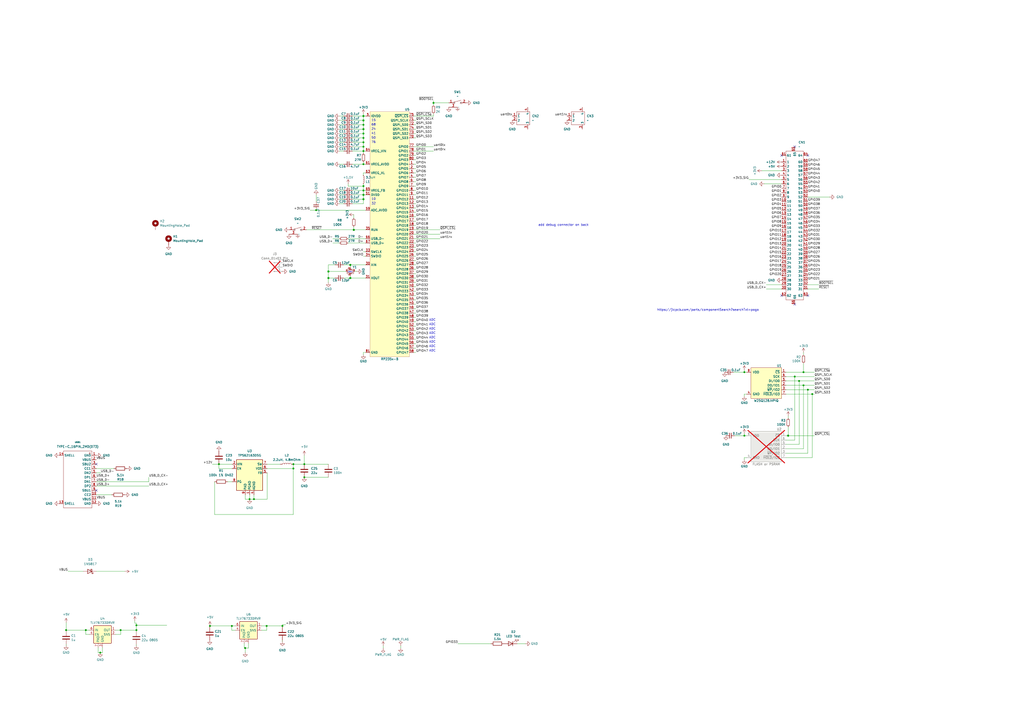
<source format=kicad_sch>
(kicad_sch (version 20250114) (generator "eeschema") (generator_version "9.0")
  (paper "A2")
  (title_block (title "MEML System Board") (rev "0.1"))
  (text "ADC" (at 248.92 196.596 0) (effects (font (size 1.27 1.27)) (justify left bottom)))
  (text "https://jlcpcb.com/parts/componentSearch?searchTxt=pogo\n" (at 410.718 179.832 0) (effects (font (size 1.27 1.27))))
  (text "76\n" (at 215.392 82.55 0) (effects (font (size 1.27 1.27)) (justify left)))
  (text "add debug connector on back\n" (at 326.898 130.556 0) (effects (font (size 1.27 1.27))))
  (text "12MHz" (at 204.47 158.115 0) (effects (font (size 0.508 0.508)) (justify right bottom)))
  (text "ADC" (at 248.92 199.136 0) (effects (font (size 1.27 1.27)) (justify left bottom)))
  (text "ADC" (at 248.92 204.216 0) (effects (font (size 1.27 1.27)) (justify left bottom)))
  (text "ADC" (at 248.92 188.976 0) (effects (font (size 1.27 1.27)) (justify left bottom)))
  (text "ADC" (at 248.92 201.676 0) (effects (font (size 1.27 1.27)) (justify left bottom)))
  (text "41" (at 215.392 77.47 0) (effects (font (size 1.27 1.27)) (justify left)))
  (text "ADC" (at 248.92 194.056 0) (effects (font (size 1.27 1.27)) (justify left bottom)))
  (text "50" (at 215.392 80.01 0) (effects (font (size 1.27 1.27)) (justify left)))
  (text "24" (at 215.392 74.93 0) (effects (font (size 1.27 1.27)) (justify left)))
  (text "ADC" (at 248.92 186.436 0) (effects (font (size 1.27 1.27)) (justify left bottom)))
  (text "32" (at 215.392 118.11 0) (effects (font (size 1.27 1.27)) (justify left)))
  (text "68" (at 215.392 72.39 0) (effects (font (size 1.27 1.27)) (justify left)))
  (text "10\n" (at 215.392 115.57 0) (effects (font (size 1.27 1.27)) (justify left)))
  (text "15" (at 215.392 69.85 0) (effects (font (size 1.27 1.27)) (justify left)))
  (text "ADC" (at 248.92 191.516 0) (effects (font (size 1.27 1.27)) (justify left bottom)))
  (junction (at 210.82 69.85) (diameter 1.016))
  (junction (at 471.17 228.6))
  (junction (at 210.82 85.09))
  (junction (at 210.82 115.57) (diameter 1.016))
  (junction (at 463.55 220.98))
  (junction (at 210.82 82.55))
  (junction (at 203.2 161.29) (diameter 1.016))
  (junction (at 210.82 67.31) (diameter 1.016))
  (junction (at 210.82 74.93) (diameter 1.016))
  (junction (at 147.32 289.56))
  (junction (at 190.5 157.48) (diameter 1.016))
  (junction (at 142.24 375.92))
  (junction (at 210.82 72.39))
  (junction (at 170.18 269.24))
  (junction (at 468.63 226.06))
  (junction (at 183.388 121.92))
  (junction (at 210.82 113.03) (diameter 1.016))
  (junction (at 461.01 218.44))
  (junction (at 457.2 252.73) (diameter 1.016))
  (junction (at 210.82 80.01))
  (junction (at 466.09 215.9))
  (junction (at 210.82 110.49))
  (junction (at 210.82 107.95))
  (junction (at 203.2 153.67) (diameter 1.016))
  (junction (at 210.82 95.25))
  (junction (at 190.5 161.29) (diameter 1.016))
  (junction (at 163.83 363.093))
  (junction (at 79.121 365.506))
  (junction (at 127 269.24))
  (junction (at 205.232 133.35) (diameter 1.016))
  (junction (at 121.793 363.093))
  (junction (at 210.82 87.63))
  (junction (at 69.977 365.506))
  (junction (at 176.53 276.86))
  (junction (at 251.46 59.69))
  (junction (at 431.8 215.9))
  (junction (at 144.78 289.56))
  (junction (at 134.493 363.093))
  (junction (at 49.784 365.506))
  (junction (at 431.8 252.73))
  (junction (at 79.121 362.712))
  (junction (at 58.166 378.587))
  (junction (at 154.686 363.093))
  (junction (at 210.82 77.47))
  (junction (at 466.09 223.52))
  (junction (at 176.53 269.24))
  (junction (at 170.18 271.78))
  (junction (at 38.354 365.506))
  (no_connect (at 453.39 90.17))
  (no_connect (at 453.39 171.45))
  (no_connect (at 468.63 171.45))
  (no_connect (at 461.01 176.53))
  (no_connect (at 468.63 90.17))
  (no_connect (at 55.88 284.48))
  (no_connect (at 55.88 269.24))
  (no_connect (at 461.01 85.09))
  (wire (pts (xy 240.03 118.11) (xy 241.3 118.11)))
  (wire (pts (xy 455.93 260.35) (xy 466.09 260.35)))
  (wire (pts (xy 240.03 100.33) (xy 241.3 100.33)))
  (wire (pts (xy 444.5 165.1) (xy 453.39 165.1)))
  (wire (pts (xy 441.96 99.06) (xy 453.39 99.06)))
  (wire (pts (xy 426.212 252.73) (xy 431.8 252.73)))
  (wire (pts (xy 240.03 115.57) (xy 241.3 115.57)))
  (wire (pts (xy 466.09 204.47) (xy 466.09 205.74)))
  (wire (pts (xy 461.01 218.44) (xy 461.01 255.27)))
  (wire (pts (xy 196.85 118.11) (xy 199.39 118.11)))
  (wire (pts (xy 210.82 148.59) (xy 212.09 148.59)))
  (wire (pts (xy 121.793 363.474) (xy 121.793 363.093)))
  (wire (pts (xy 431.8 252.73) (xy 431.8 251.46)))
  (wire (pts (xy 455.93 220.98) (xy 463.55 220.98)))
  (wire (pts (xy 127 271.78) (xy 127 269.24)))
  (wire (pts (xy 210.82 67.31) (xy 212.09 67.31)))
  (wire (pts (xy 240.03 123.19) (xy 241.3 123.19)))
  (wire (pts (xy 210.82 72.39) (xy 210.82 74.93)))
  (wire (pts (xy 190.5 161.29) (xy 190.5 163.83)))
  (wire (pts (xy 134.62 271.78) (xy 127 271.78)))
  (wire (pts (xy 196.85 74.93) (xy 199.39 74.93)))
  (wire (pts (xy 154.686 365.633) (xy 154.686 363.093)))
  (wire (pts (xy 240.03 143.51) (xy 241.3 143.51)))
  (wire (pts (xy 204.47 77.47) (xy 210.82 77.47)))
  (wire (pts (xy 466.09 215.9) (xy 466.09 210.82)))
  (wire (pts (xy 240.03 67.31) (xy 251.46 67.31)))
  (wire (pts (xy 210.82 106.68) (xy 210.82 107.95)))
  (wire (pts (xy 210.82 87.63) (xy 210.82 88.9)))
  (wire (pts (xy 455.93 218.44) (xy 461.01 218.44)))
  (wire (pts (xy 196.85 113.03) (xy 199.39 113.03)))
  (wire (pts (xy 431.8 265.43) (xy 431.8 266.7)))
  (wire (pts (xy 265.557 373.38) (xy 284.734 373.38)))
  (wire (pts (xy 240.03 133.35) (xy 255.27 133.35)))
  (wire (pts (xy 240.03 140.97) (xy 241.3 140.97)))
  (wire (pts (xy 210.82 204.47) (xy 210.82 205.74)))
  (wire (pts (xy 79.121 365.506) (xy 79.121 366.268)))
  (wire (pts (xy 176.53 264.16) (xy 176.53 269.24)))
  (wire (pts (xy 455.93 252.73) (xy 457.2 252.73)))
  (wire (pts (xy 240.03 196.85) (xy 241.3 196.85)))
  (wire (pts (xy 190.5 157.48) (xy 190.5 161.29)))
  (wire (pts (xy 170.18 269.24) (xy 176.53 269.24)))
  (wire (pts (xy 196.85 82.55) (xy 199.39 82.55)))
  (wire (pts (xy 86.36 276.86) (xy 86.36 279.4)))
  (wire (pts (xy 210.82 69.85) (xy 210.82 72.39)))
  (wire (pts (xy 472.44 252.73) (xy 457.2 252.73)))
  (wire (pts (xy 240.03 201.93) (xy 241.3 201.93)))
  (wire (pts (xy 210.82 100.33) (xy 210.82 101.6)))
  (wire (pts (xy 240.03 87.63) (xy 251.46 87.63)))
  (wire (pts (xy 127 269.24) (xy 134.62 269.24)))
  (wire (pts (xy 240.03 189.23) (xy 241.3 189.23)))
  (wire (pts (xy 204.47 67.31) (xy 210.82 67.31)))
  (wire (pts (xy 240.03 92.71) (xy 241.3 92.71)))
  (wire (pts (xy 431.8 252.73) (xy 433.07 252.73)))
  (wire (pts (xy 205.232 124.46) (xy 205.232 126.492)))
  (wire (pts (xy 193.04 138.43) (xy 196.85 138.43)))
  (wire (pts (xy 204.47 118.11) (xy 210.82 118.11)))
  (wire (pts (xy 183.388 121.92) (xy 212.09 121.92)))
  (wire (pts (xy 212.09 204.47) (xy 210.82 204.47)))
  (wire (pts (xy 433.07 215.9) (xy 431.8 215.9)))
  (wire (pts (xy 49.784 368.046) (xy 49.784 365.506)))
  (wire (pts (xy 196.85 77.47) (xy 199.39 77.47)))
  (wire (pts (xy 468.63 226.06) (xy 468.63 262.89)))
  (wire (pts (xy 205.232 133.35) (xy 205.232 131.572)))
  (wire (pts (xy 69.977 368.046) (xy 69.977 365.506)))
  (wire (pts (xy 56.896 375.666) (xy 56.896 378.587)))
  (wire (pts (xy 210.82 77.47) (xy 210.82 80.01)))
  (wire (pts (xy 78.232 360.172) (xy 78.232 361.442)))
  (wire (pts (xy 222.25 374.65) (xy 222.25 375.92)))
  (wire (pts (xy 86.36 281.94) (xy 55.88 281.94)))
  (wire (pts (xy 204.47 74.93) (xy 210.82 74.93)))
  (wire (pts (xy 425.45 215.9) (xy 431.8 215.9)))
  (wire (pts (xy 176.53 276.86) (xy 190.5 276.86)))
  (wire (pts (xy 64.77 287.02) (xy 55.88 287.02)))
  (wire (pts (xy 240.03 128.27) (xy 241.3 128.27)))
  (wire (pts (xy 163.83 362.458) (xy 163.83 363.093)))
  (wire (pts (xy 200.66 157.48) (xy 190.5 157.48)))
  (wire (pts (xy 240.03 179.07) (xy 241.3 179.07)))
  (wire (pts (xy 210.82 67.31) (xy 210.82 69.85)))
  (wire (pts (xy 299.974 373.38) (xy 304.8 373.38)))
  (wire (pts (xy 190.5 153.67) (xy 190.5 157.48)))
  (wire (pts (xy 240.03 153.67) (xy 241.3 153.67)))
  (wire (pts (xy 147.32 289.56) (xy 144.78 289.56)))
  (wire (pts (xy 240.03 163.83) (xy 241.3 163.83)))
  (wire (pts (xy 201.93 140.97) (xy 212.09 140.97)))
  (wire (pts (xy 481.33 114.3) (xy 468.63 114.3)))
  (wire (pts (xy 455.93 228.6) (xy 471.17 228.6)))
  (wire (pts (xy 38.354 365.506) (xy 38.354 366.141)))
  (wire (pts (xy 144.78 289.56) (xy 144.78 287.02)))
  (wire (pts (xy 240.03 138.43) (xy 255.27 138.43)))
  (wire (pts (xy 79.121 373.888) (xy 79.121 374.523)))
  (wire (pts (xy 67.056 368.046) (xy 69.977 368.046)))
  (wire (pts (xy 251.46 59.69) (xy 251.46 60.96)))
  (wire (pts (xy 203.2 160.02) (xy 203.2 161.29)))
  (wire (pts (xy 431.8 215.9) (xy 431.8 214.63)))
  (wire (pts (xy 121.666 363.474) (xy 121.666 363.728)))
  (wire (pts (xy 463.55 220.98) (xy 463.55 257.81)))
  (wire (pts (xy 240.03 95.25) (xy 241.3 95.25)))
  (wire (pts (xy 199.39 161.29) (xy 203.2 161.29)))
  (wire (pts (xy 240.03 194.31) (xy 241.3 194.31)))
  (wire (pts (xy 204.47 113.03) (xy 210.82 113.03)))
  (wire (pts (xy 210.82 110.49) (xy 210.82 113.03)))
  (wire (pts (xy 240.03 90.17) (xy 241.3 90.17)))
  (wire (pts (xy 240.03 146.05) (xy 241.3 146.05)))
  (wire (pts (xy 142.24 287.02) (xy 142.24 289.56)))
  (wire (pts (xy 203.2 153.67) (xy 212.09 153.67)))
  (wire (pts (xy 241.3 105.41) (xy 240.03 105.41)))
  (wire (pts (xy 196.85 72.39) (xy 199.39 72.39)))
  (wire (pts (xy 193.04 140.97) (xy 196.85 140.97)))
  (wire (pts (xy 240.03 158.75) (xy 241.3 158.75)))
  (wire (pts (xy 142.24 378.46) (xy 142.24 375.92)))
  (wire (pts (xy 433.07 228.6) (xy 431.8 228.6)))
  (wire (pts (xy 170.18 298.45) (xy 170.18 271.78)))
  (wire (pts (xy 240.03 161.29) (xy 241.3 161.29)))
  (wire (pts (xy 210.82 146.05) (xy 212.09 146.05)))
  (wire (pts (xy 443.23 106.68) (xy 453.39 106.68)))
  (wire (pts (xy 240.03 186.69) (xy 241.3 186.69)))
  (wire (pts (xy 240.03 110.49) (xy 241.3 110.49)))
  (wire (pts (xy 433.07 265.43) (xy 431.8 265.43)))
  (wire (pts (xy 444.5 167.64) (xy 453.39 167.64)))
  (wire (pts (xy 183.388 113.03) (xy 183.388 116.84)))
  (wire (pts (xy 240.03 156.21) (xy 241.3 156.21)))
  (wire (pts (xy 190.5 161.29) (xy 194.31 161.29)))
  (wire (pts (xy 232.41 374.65) (xy 232.41 375.92)))
  (wire (pts (xy 179.832 121.92) (xy 183.388 121.92)))
  (wire (pts (xy 455.93 265.43) (xy 471.17 265.43)))
  (wire (pts (xy 204.47 95.25) (xy 210.82 95.25)))
  (wire (pts (xy 124.46 279.4) (xy 124.46 298.45)))
  (wire (pts (xy 136.525 365.633) (xy 134.493 365.633)))
  (wire (pts (xy 170.18 271.78) (xy 170.18 269.24)))
  (wire (pts (xy 154.686 363.093) (xy 163.83 363.093)))
  (wire (pts (xy 142.24 375.92) (xy 144.145 375.92)))
  (wire (pts (xy 251.46 67.31) (xy 251.46 66.04)))
  (wire (pts (xy 134.493 365.633) (xy 134.493 363.093)))
  (wire (pts (xy 240.03 113.03) (xy 241.3 113.03)))
  (wire (pts (xy 240.03 181.61) (xy 241.3 181.61)))
  (wire (pts (xy 251.46 58.42) (xy 251.46 59.69)))
  (wire (pts (xy 66.04 271.78) (xy 55.88 271.78)))
  (wire (pts (xy 240.03 107.95) (xy 241.3 107.95)))
  (wire (pts (xy 210.82 66.04) (xy 210.82 67.31)))
  (wire (pts (xy 210.82 110.49) (xy 212.09 110.49)))
  (wire (pts (xy 251.46 59.69) (xy 260.35 59.69)))
  (wire (pts (xy 196.85 69.85) (xy 199.39 69.85)))
  (wire (pts (xy 240.03 204.47) (xy 241.3 204.47)))
  (wire (pts (xy 455.93 215.9) (xy 466.09 215.9)))
  (wire (pts (xy 204.47 85.09) (xy 210.82 85.09)))
  (wire (pts (xy 240.03 199.39) (xy 241.3 199.39)))
  (wire (pts (xy 240.03 176.53) (xy 241.3 176.53)))
  (wire (pts (xy 79.121 362.712) (xy 79.121 365.506)))
  (wire (pts (xy 240.03 77.47) (xy 241.3 77.47)))
  (wire (pts (xy 79.121 361.442) (xy 79.121 362.712)))
  (wire (pts (xy 203.2 153.67) (xy 203.2 154.94)))
  (wire (pts (xy 38.354 361.188) (xy 38.354 365.506)))
  (wire (pts (xy 210.82 113.03) (xy 212.09 113.03)))
  (wire (pts (xy 177.8 133.35) (xy 205.232 133.35)))
  (wire (pts (xy 59.436 378.587) (xy 59.436 375.666)))
  (wire (pts (xy 434.34 104.14) (xy 453.39 104.14)))
  (wire (pts (xy 204.47 80.01) (xy 210.82 80.01)))
  (wire (pts (xy 240.03 125.73) (xy 241.3 125.73)))
  (wire (pts (xy 204.47 72.39) (xy 210.82 72.39)))
  (wire (pts (xy 240.03 72.39) (xy 241.3 72.39)))
  (wire (pts (xy 210.82 74.93) (xy 210.82 77.47)))
  (wire (pts (xy 123.19 269.24) (xy 127 269.24)))
  (wire (pts (xy 455.93 262.89) (xy 468.63 262.89)))
  (wire (pts (xy 151.765 363.093) (xy 154.686 363.093)))
  (wire (pts (xy 196.85 67.31) (xy 199.39 67.31)))
  (wire (pts (xy 240.03 135.89) (xy 255.27 135.89)))
  (wire (pts (xy 163.83 363.093) (xy 163.83 363.855)))
  (wire (pts (xy 151.765 365.633) (xy 154.686 365.633)))
  (wire (pts (xy 210.82 118.11) (xy 210.82 115.57)))
  (wire (pts (xy 463.55 220.98) (xy 472.44 220.98)))
  (wire (pts (xy 204.47 82.55) (xy 210.82 82.55)))
  (wire (pts (xy 474.98 167.64) (xy 468.63 167.64)))
  (wire (pts (xy 240.03 120.65) (xy 241.3 120.65)))
  (wire (pts (xy 455.93 226.06) (xy 468.63 226.06)))
  (wire (pts (xy 203.2 161.29) (xy 212.09 161.29)))
  (wire (pts (xy 196.85 80.01) (xy 199.39 80.01)))
  (wire (pts (xy 176.53 269.24) (xy 190.5 269.24)))
  (wire (pts (xy 56.896 378.587) (xy 58.166 378.587)))
  (wire (pts (xy 240.03 97.79) (xy 241.3 97.79)))
  (wire (pts (xy 240.03 69.85) (xy 241.3 69.85)))
  (wire (pts (xy 457.2 252.73) (xy 457.2 247.65)))
  (wire (pts (xy 466.09 223.52) (xy 466.09 260.35)))
  (wire (pts (xy 210.82 107.95) (xy 201.93 107.95)))
  (wire (pts (xy 210.82 80.01) (xy 210.82 82.55)))
  (wire (pts (xy 196.85 87.63) (xy 199.39 87.63)))
  (wire (pts (xy 141.605 375.92) (xy 142.24 375.92)))
  (wire (pts (xy 132.08 279.4) (xy 134.62 279.4)))
  (wire (pts (xy 196.85 115.57) (xy 199.39 115.57)))
  (wire (pts (xy 240.03 184.15) (xy 241.3 184.15)))
  (wire (pts (xy 240.03 102.87) (xy 241.3 102.87)))
  (wire (pts (xy 86.36 279.4) (xy 55.88 279.4)))
  (wire (pts (xy 240.03 148.59) (xy 241.3 148.59)))
  (wire (pts (xy 38.354 373.761) (xy 38.354 374.396)))
  (wire (pts (xy 240.03 166.37) (xy 241.3 166.37)))
  (wire (pts (xy 240.03 173.99) (xy 241.3 173.99)))
  (wire (pts (xy 190.5 153.67) (xy 194.31 153.67)))
  (wire (pts (xy 240.03 130.81) (xy 241.3 130.81)))
  (wire (pts (xy 210.82 115.57) (xy 210.82 113.03)))
  (wire (pts (xy 457.2 241.3) (xy 457.2 242.57)))
  (wire (pts (xy 199.39 153.67) (xy 203.2 153.67)))
  (wire (pts (xy 51.816 368.046) (xy 49.784 368.046)))
  (wire (pts (xy 240.03 151.13) (xy 241.3 151.13)))
  (wire (pts (xy 210.82 95.25) (xy 212.09 95.25)))
  (wire (pts (xy 196.85 110.49) (xy 199.39 110.49)))
  (wire (pts (xy 69.977 365.506) (xy 79.121 365.506)))
  (wire (pts (xy 205.232 133.35) (xy 212.09 133.35)))
  (wire (pts (xy 142.24 289.56) (xy 144.78 289.56)))
  (wire (pts (xy 204.47 69.85) (xy 210.82 69.85)))
  (wire (pts (xy 204.47 110.49) (xy 210.82 110.49)))
  (wire (pts (xy 210.82 85.09) (xy 210.82 87.63)))
  (wire (pts (xy 461.01 218.44) (xy 472.44 218.44)))
  (wire (pts (xy 201.93 106.68) (xy 201.93 107.95)))
  (wire (pts (xy 154.94 271.78) (xy 170.18 271.78)))
  (wire (pts (xy 163.83 371.475) (xy 163.83 372.11)))
  (wire (pts (xy 124.46 298.45) (xy 170.18 298.45)))
  (wire (pts (xy 455.93 257.81) (xy 463.55 257.81)))
  (wire (pts (xy 58.166 378.587) (xy 59.436 378.587)))
  (wire (pts (xy 134.493 363.093) (xy 136.525 363.093)))
  (wire (pts (xy 471.17 228.6) (xy 471.17 265.43)))
  (wire (pts (xy 240.03 74.93) (xy 241.3 74.93)))
  (wire (pts (xy 154.94 274.32) (xy 154.94 289.56)))
  (wire (pts (xy 79.121 362.712) (xy 96.774 362.712)))
  (wire (pts (xy 196.85 95.25) (xy 199.39 95.25)))
  (wire (pts (xy 240.03 171.45) (xy 241.3 171.45)))
  (wire (pts (xy 205.74 157.48) (xy 207.01 157.48)))
  (wire (pts (xy 210.82 87.63) (xy 212.09 87.63)))
  (wire (pts (xy 466.09 223.52) (xy 472.44 223.52)))
  (wire (pts (xy 240.03 80.01) (xy 241.3 80.01)))
  (wire (pts (xy 48.26 331.47) (xy 39.37 331.47)))
  (wire (pts (xy 49.784 365.506) (xy 51.816 365.506)))
  (wire (pts (xy 121.666 363.474) (xy 121.793 363.474)))
  (wire (pts (xy 468.63 226.06) (xy 472.44 226.06)))
  (wire (pts (xy 154.94 289.56) (xy 147.32 289.56)))
  (wire (pts (xy 67.056 365.506) (xy 69.977 365.506)))
  (wire (pts (xy 455.93 255.27) (xy 461.01 255.27)))
  (wire (pts (xy 210.82 93.98) (xy 210.82 95.25)))
  (wire (pts (xy 240.03 168.91) (xy 241.3 168.91)))
  (wire (pts (xy 38.354 365.506) (xy 49.784 365.506)))
  (wire (pts (xy 196.85 85.09) (xy 199.39 85.09)))
  (wire (pts (xy 163.83 362.458) (xy 165.735 362.458)))
  (wire (pts (xy 210.82 82.55) (xy 210.82 85.09)))
  (wire (pts (xy 210.82 107.95) (xy 210.82 110.49)))
  (wire (pts (xy 204.47 87.63) (xy 210.82 87.63)))
  (wire (pts (xy 141.605 373.253) (xy 141.605 375.92)))
  (wire (pts (xy 471.17 228.6) (xy 472.44 228.6)))
  (wire (pts (xy 455.93 223.52) (xy 466.09 223.52)))
  (wire (pts (xy 154.94 269.24) (xy 162.56 269.24)))
  (wire (pts (xy 472.44 215.9) (xy 466.09 215.9)))
  (wire (pts (xy 58.42 274.32) (xy 55.88 274.32)))
  (wire (pts (xy 144.145 375.92) (xy 144.145 373.253)))
  (wire (pts (xy 55.88 331.47) (xy 72.39 331.47)))
  (wire (pts (xy 78.232 361.442) (xy 79.121 361.442)))
  (wire (pts (xy 431.8 228.6) (xy 431.8 229.87)))
  (wire (pts (xy 121.793 363.093) (xy 134.493 363.093)))
  (wire (pts (xy 147.32 287.02) (xy 147.32 289.56)))
  (wire (pts (xy 204.47 115.57) (xy 210.82 115.57)))
  (wire (pts (xy 201.93 138.43) (xy 212.09 138.43)))
  (wire (pts (xy 240.03 85.09) (xy 251.46 85.09)))
  (wire (pts (xy 474.98 165.1) (xy 468.63 165.1)))
  (wire (pts (xy 240.03 191.77) (xy 241.3 191.77)))
  (wire (pts (xy 212.09 100.33) (xy 210.82 100.33)))
  (label "QSPI_SD1" (at 472.44 223.52 0))
  (label "GPIO11" (at 453.39 137.16 180))
  (label "~{RESET}" (at 186.69 133.35 180))
  (label "VBUS" (at 55.88 266.7 0))
  (label "GPIO28" (at 241.3 156.21 0))
  (label "USB_D_CX-" (at 444.5 165.1 180))
  (label "VBUS" (at 55.88 289.56 0))
  (label "D-" (at 210.82 138.43 180))
  (label "GPIO11" (at 241.3 113.03 0))
  (label "QSPI_SCLK" (at 241.3 69.85 0))
  (label "~{QSPI_CS_{0}}" (at 241.3 67.31 0))
  (label "SWCLK" (at 210.82 146.05 180))
  (label "uart0tx" (at 251.46 85.09 0))
  (label "QSPI_SD0" (at 241.3 72.39 0))
  (label "GPIO31" (at 241.3 163.83 0))
  (label "GPIO39" (at 241.3 184.15 0))
  (label "QSPI_SD1" (at 241.3 74.93 0))
  (label "GPIO22" (at 241.3 140.97 0))
  (label "GPIO35" (at 241.3 173.99 0))
  (label "GPIO26" (at 468.63 149.86 0))
  (label "~{RESET}" (at 474.98 167.64 0))
  (label "QSPI_SD3" (at 241.3 80.01 0))
  (label "GPIO4" (at 453.39 119.38 180))
  (label "~{QSPI_CS_{0}}" (at 472.44 215.9 0))
  (label "GPIO19" (at 241.3 133.35 0))
  (label "GPIO46" (at 468.63 96.52 0))
  (label "GPIO15" (at 453.39 147.32 180))
  (label "~{QSPI_CS_{1}}" (at 472.44 252.73 0))
  (label "QSPI_SD3" (at 472.44 228.6 0))
  (label "GPIO10" (at 241.3 110.49 0))
  (label "GPIO24" (at 468.63 154.94 0))
  (label "USB_D_CX-" (at 86.36 276.86 0))
  (label "GPIO17" (at 241.3 128.27 0))
  (label "GPIO44" (at 241.3 196.85 0))
  (label "GPIO9" (at 453.39 132.08 180))
  (label "uart1rx" (at 255.27 138.43 0))
  (label "GPIO1" (at 453.39 111.76 180))
  (label "GPIO23" (at 241.3 143.51 0))
  (label "GPIO8" (at 453.39 129.54 180))
  (label "+3V3_SIG" (at 179.832 121.92 180))
  (label "GPIO7" (at 453.39 127 180))
  (label "GPIO16" (at 241.3 125.73 0))
  (label "GPIO32" (at 241.3 166.37 0))
  (label "GPIO2" (at 453.39 114.3 180))
  (label "~{QSPI_CS_{1}}" (at 255.27 133.35 0))
  (label "GPIO39" (at 468.63 116.84 0))
  (label "GPIO43" (at 468.63 104.14 0))
  (label "GPIO33" (at 265.557 373.38 180))
  (label "GPIO5" (at 453.39 121.92 180))
  (label "USB_D_CX+" (at 444.5 167.64 180))
  (label "GPIO28" (at 468.63 144.78 0))
  (label "GPIO10" (at 453.39 134.62 180))
  (label "+3V3_SIG" (at 165.735 362.458 0))
  (label "GPIO42" (at 468.63 106.68 0))
  (label "QSPI_SD2" (at 241.3 77.47 0))
  (label "USB_D-" (at 58.42 274.32 0) (property "Netclass" "diif_usb" (effects (hide yes))))
  (label "GPIO33" (at 468.63 132.08 0))
  (label "USB_D_CX+" (at 86.36 281.94 0))
  (label "GPIO41" (at 468.63 109.22 0))
  (label "GPIO34" (at 241.3 171.45 0))
  (label "GPIO38" (at 468.63 119.38 0))
  (label "GPIO4" (at 241.3 95.25 0))
  (label "GPIO42" (at 241.3 191.77 0))
  (label "GPIO30" (at 468.63 139.7 0))
  (label "GPIO24" (at 241.3 146.05 0))
  (label "GPIO3" (at 453.39 116.84 180))
  (label "GPIO30" (at 241.3 161.29 0))
  (label "uart1tx" (at 255.27 135.89 0))
  (label "GPIO16" (at 453.39 149.86 180))
  (label "GPIO18" (at 241.3 130.81 0))
  (label "GPIO2" (at 241.3 90.17 0))
  (label "GPIO22" (at 468.63 160.02 0))
  (label "SWDIO" (at 210.82 148.59 180))
  (label "GPIO44" (at 468.63 101.6 0))
  (label "GPIO29" (at 241.3 158.75 0))
  (label "GPIO45" (at 468.63 99.06 0))
  (label "GPIO13" (at 453.39 142.24 180))
  (label "GPIO3" (at 241.3 92.71 0))
  (label "GPIO12" (at 453.39 139.7 180))
  (label "GPIO32" (at 468.63 134.62 0))
  (label "uart1rx" (at 328.93 67.31 180))
  (label "GPIO40" (at 468.63 111.76 0))
  (label "GPIO1" (at 241.3 87.63 0))
  (label "VBUS" (at 39.37 331.47 180))
  (label "USB_D+" (at 55.88 281.94 0) (property "Netclass" "diif_usb" (effects (hide yes))))
  (label "GPIO25" (at 241.3 148.59 0))
  (label "GPIO46" (at 241.3 201.93 0))
  (label "USB_D-" (at 55.88 279.4 0) (property "Netclass" "diif_usb" (effects (hide yes))))
  (label "uart0rx" (at 251.46 87.63 0))
  (label "GPIO21" (at 241.3 138.43 0))
  (label "USB_D+" (at 55.88 276.86 0) (property "Netclass" "diif_usb" (effects (hide yes))))
  (label "GPIO37" (at 468.63 121.92 0))
  (label "GPIO12" (at 241.3 115.57 0))
  (label "GPIO23" (at 468.63 157.48 0))
  (label "GPIO0" (at 453.39 109.22 180))
  (label "GPIO47" (at 241.3 204.47 0))
  (label "GPIO31" (at 468.63 137.16 0))
  (label "GPIO8" (at 241.3 105.41 0))
  (label "QSPI_SD2" (at 472.44 226.06 0))
  (label "GPIO34" (at 468.63 129.54 0))
  (label "GPIO20" (at 453.39 160.02 180))
  (label "GPIO27" (at 468.63 147.32 0))
  (label "GPIO43" (at 241.3 194.31 0))
  (label "GPIO14" (at 241.3 120.65 0))
  (label "GPIO20" (at 241.3 135.89 0))
  (label "GPIO21" (at 468.63 162.56 0))
  (label "GPIO15" (at 241.3 123.19 0))
  (label "GPIO9" (at 241.3 107.95 0))
  (label "GPIO6" (at 453.39 124.46 180))
  (label "GPIO25" (at 468.63 152.4 0))
  (label "GPIO17" (at 453.39 152.4 180))
  (label "~{BOOTSEL}" (at 474.98 165.1 0))
  (label "GPIO14" (at 453.39 144.78 180))
  (label "QSPI_SD0" (at 472.44 220.98 0))
  (label "GPIO33" (at 241.3 168.91 0))
  (label "GPIO29" (at 468.63 142.24 0))
  (label "GPIO5" (at 241.3 97.79 0))
  (label "GPIO6" (at 241.3 100.33 0))
  (label "SWDIO" (at 163.83 154.94 0))
  (label "GPIO13" (at 241.3 118.11 0))
  (label "GPIO41" (at 241.3 189.23 0))
  (label "GPIO35" (at 468.63 127 0))
  (label "uart0tx" (at 297.18 67.31 180))
  (label "+3V3_SIG" (at 434.34 104.14 180))
  (label "GPIO27" (at 241.3 153.67 0))
  (label "D+" (at 210.82 140.97 180))
  (label "+12V" (at 123.19 269.24 180))
  (label "SWCLK" (at 163.83 152.4 0))
  (label "GPIO7" (at 241.3 102.87 0))
  (label "GPIO45" (at 241.3 199.39 0))
  (label "GPIO26" (at 241.3 151.13 0))
  (label "GPIO37" (at 241.3 179.07 0))
  (label "GPIO19" (at 453.39 157.48 180))
  (label "GPIO47" (at 468.63 93.98 0))
  (label "GPIO0" (at 241.3 85.09 0))
  (label "GPIO40" (at 241.3 186.69 0))
  (label "USB_D+" (at 193.04 140.97 180))
  (label "~{BOOTSEL}" (at 251.46 58.42 180))
  (label "GPIO38" (at 241.3 181.61 0))
  (label "GPIO18" (at 453.39 154.94 180))
  (label "QSPI_SCLK" (at 472.44 218.44 0))
  (label "USB_D-" (at 193.04 138.43 180))
  (label "GPIO36" (at 241.3 176.53 0))
  (label "GPIO36" (at 468.63 124.46 0))
  (symbol (lib_id "Device:C_Small") (at 201.93 82.55 270) (unit 1)
    (property "Reference" "C13" (at 200.66 81.28 90) (effects (justify right)))
    (property "Value" "0.1uF" (at 203.2 81.28 90) (effects (justify left)))
    (property "Footprint" "Capacitor_SMD:C_0603_1608Metric" (effects (hide yes)))
  )
  (symbol (lib_id "power:+3.3V") (at 431.8 251.46 0) (unit 1)
    (property "Reference" "#PWR011" (effects (hide yes)))
    (property "Value" "+3V3" (at 431.8 247.65 0))
  )
  (symbol (lib_id "Device:R_Small") (at 210.82 91.44 0) (mirror y) (unit 1)
    (property "Reference" "R7" (at 209.55 90.17 0) (effects (justify left)))
    (property "Value" "27R" (at 209.55 92.71 0) (effects (justify left)))
    (property "Footprint" "Resistor_SMD:R_0603_1608Metric" (effects (hide yes)))
  )
  (symbol (lib_id "power:GND") (at 196.85 87.63 270) (unit 1)
    (property "Reference" "#PWR036" (effects (hide yes)))
    (property "Value" "GND" (at 191.77 87.63 90))
  )
  (symbol (lib_id "Device:C_Small") (at 423.672 252.73 270) (unit 1)
    (property "Reference" "C36" (at 422.402 251.46 90) (effects (justify right)))
    (property "Value" "0.1uF" (at 424.942 251.46 90) (effects (justify left)))
    (property "Footprint" "Capacitor_SMD:C_0603_1608Metric" (effects (hide yes)))
  )
  (symbol (lib_id "power:+3V3") (at 78.232 360.172 0) (mirror y) (unit 1)
    (property "Reference" "#PWR024" (effects (hide yes)))
    (property "Value" "+3V3" (at 78.232 356.0389 0))
  )
  (symbol (lib_name "GND_15") (lib_id "power:GND") (at 97.79 142.24 0) (unit 1)
    (property "Reference" "#PWR055" (effects (hide yes)))
    (property "Value" "GND" (at 97.79 147.32 0))
    (property "Description" "Power symbol creates a global label with name \"GND\" , ground" (effects (hide yes)))
  )
  (symbol (lib_id "emutelab:HC-PBB23L-60DS-0.5V-G2-01") (at 461.01 130.81 0) (unit 1)
    (property "Reference" "CN1" (at 463.1533 82.55 0) (effects (justify left)))
    (property "Value" "~" (at 463.1533 85.09 0) (effects (justify left)))
    (property "Footprint" "emutelab:CONN-SMD_60P-P0.50_HCTL_HC-PBB23L-60DS-0.5V-G2-01" (effects (hide yes)))
    (property "Datasheet" "https://item.szlcsc.com/datasheet/HC-PBB23L-60DS-0.5V-G2-01/23960820.html" (effects (hide yes)))
    (property "Description" "Number of Pins:60P Pitch:0.5mm Connection Type:Slot docking Mounting Type:Vertical welding Number of Rows:2 Current Rating:500mA Voltage Rating:- Supplementary Features:Floating structure；Pole System Fit Height:10mm；8mm Contact Material:Phosphor Bronze Co" (effects (hide yes)))
    (property "Manufacturer Part" "HC-PBB23L-60DS-0.5V-G2-01" (effects (hide yes)))
    (property "Manufacturer" "HCTL(华灿天禄)" (effects (hide yes)))
    (property "Supplier Part" "C22390096" (effects (hide yes)))
    (property "Supplier" "LCSC" (effects (hide yes)))
    (property "LCSC Part Name" "PIN:60P 间距:0.5mm 立贴" (effects (hide yes)))
  )
  (symbol (lib_id "Device:C_Small") (at 201.93 95.25 270) (mirror x) (unit 1)
    (property "Reference" "C16" (at 200.66 96.52 90) (effects (justify right)))
    (property "Value" "4.7uF" (at 203.2 96.52 90) (effects (justify left)))
    (property "Footprint" "Capacitor_SMD:C_0603_1608Metric" (effects (hide yes)))
  )
  (symbol (lib_name "GND_34") (lib_id "power:GND") (at 167.64 133.35 270) (mirror x) (unit 1)
    (property "Reference" "#PWR026" (effects (hide yes)))
    (property "Value" "GND" (at 163.83 133.3499 90) (effects (justify right)))
    (property "Description" "Power symbol creates a global label with name \"GND\" , ground" (effects (hide yes)))
  )
  (symbol (lib_name "GND_31") (lib_id "power:GND") (at 421.132 252.73 0) (unit 1)
    (property "Reference" "#PWR0115" (effects (hide yes)))
    (property "Value" "GND" (at 421.132 257.81 0))
    (property "Description" "Power symbol creates a global label with name \"GND\" , ground" (effects (hide yes)))
  )
  (symbol (lib_id "Diode:1N5817") (at 52.07 331.47 180) (unit 1)
    (property "Reference" "D3" (at 52.3875 324.612 0))
    (property "Value" "1N5817" (at 52.3875 327.152 0))
    (property "Footprint" "Diode_SMD:D_SOD-323" (effects (hide yes)))
    (property "Datasheet" "http://www.vishay.com/docs/88525/1n5817.pdf" (effects (hide yes)))
    (property "Description" "20V 1A Schottky Barrier Rectifier Diode, DO-41" (effects (hide yes)))
  )
  (symbol (lib_name "GND_31") (lib_id "power:GND") (at 420.37 215.9 0) (unit 1)
    (property "Reference" "#PWR0114" (effects (hide yes)))
    (property "Value" "GND" (at 420.37 220.98 0))
    (property "Description" "Power symbol creates a global label with name \"GND\" , ground" (effects (hide yes)))
  )
  (symbol (lib_name "GND_3") (lib_id "power:GND") (at 55.88 292.1 90) (mirror x) (unit 1)
    (property "Reference" "#PWR0109" (effects (hide yes)))
    (property "Value" "GND" (at 59.69 292.0999 90) (effects (justify right)))
    (property "Description" "Power symbol creates a global label with name \"GND\" , ground" (effects (hide yes)))
  )
  (symbol (lib_id "Device:C") (at 121.666 367.538 0) (unit 1)
    (property "Reference" "C21" (at 124.587 366.3259 0) (effects (justify left)))
    (property "Value" "1u" (at 124.587 368.7501 0) (effects (justify left)))
    (property "Footprint" "Capacitor_SMD:C_0603_1608Metric_Pad1.08x0.95mm_HandSolder" (effects (hide yes)))
  )
  (symbol (lib_id "power:GND") (at 196.85 110.49 270) (unit 1)
    (property "Reference" "#PWR038" (effects (hide yes)))
    (property "Value" "GND" (at 191.77 110.49 90))
  )
  (symbol (lib_id "power:GND") (at 196.85 113.03 270) (unit 1)
    (property "Reference" "#PWR039" (effects (hide yes)))
    (property "Value" "GND" (at 191.77 113.03 90))
  )
  (symbol (lib_id "Device:C") (at 38.354 369.951 0) (unit 1)
    (property "Reference" "C1" (at 41.275 368.7389 0) (effects (justify left)))
    (property "Value" "1u" (at 41.275 371.1631 0) (effects (justify left)))
    (property "Footprint" "Capacitor_SMD:C_0603_1608Metric_Pad1.08x0.95mm_HandSolder" (effects (hide yes)))
  )
  (symbol (lib_id "power:GND") (at 196.85 118.11 270) (unit 1)
    (property "Reference" "#PWR041" (effects (hide yes)))
    (property "Value" "GND" (at 191.77 118.11 90))
  )
  (symbol (lib_id "Device:L_Small") (at 210.82 104.14 0) (unit 1)
    (property "Reference" "L1" (at 212.09 105.4101 0) (effects (justify left)))
    (property "Value" "3.3uH" (at 212.09 102.8701 0) (effects (justify left)))
    (property "Footprint" "emutelab:IND-SMD_L2.0-W1.6_AOTA-B201610S3R3-101-T" (effects (hide yes)))
    (property "Description" "AOTA-B201610S3R3-101-T" (effects (hide yes)))
    (property "JLC" "C42411119" (effects (hide yes)))
  )
  (symbol (lib_id "emutelab:TYPE-C_16PIN_2MD(073)") (at 44.45 278.13 0) (mirror y) (unit 1)
    (property "Reference" "USB1" (at 45.085 256.54 0) (effects (font (size 0.8382 0.8382))))
    (property "Value" "TYPE-C_16PIN_2MD(073)" (at 45.085 259.08 0))
    (property "Footprint" "emutelab:USB-C-SMD_TYPE-C-6PIN-2MD-073" (effects (hide yes)))
    (property "JLC" "C2765186" (effects (hide yes)))
  )
  (symbol (lib_id "Device:C") (at 190.5 273.05 0) (unit 1)
    (property "Reference" "C3" (at 193.421 271.8379 0) (effects (justify left)))
    (property "Value" "100n" (at 193.421 274.2621 0) (effects (justify left)))
    (property "Footprint" "Capacitor_SMD:C_0603_1608Metric" (effects (hide yes)))
  )
  (symbol (lib_name "GND_10") (lib_id "power:GND") (at 443.23 106.68 270) (unit 1)
    (property "Reference" "#PWR050" (effects (hide yes)))
    (property "Value" "GND" (at 439.42 106.6799 90) (effects (justify right)))
    (property "Description" "Power symbol creates a global label with name \"GND\" , ground" (effects (hide yes)))
  )
  (symbol (lib_id "emutelab:SKTDLHE010") (at 172.72 133.35 0) (unit 1)
    (property "Reference" "SW2" (at 172.72 127 0))
    (property "Value" "~" (at 172.72 129.54 0))
    (property "Footprint" "emutelab:KEY-SMD_SKTDLHE010" (effects (hide yes)))
    (property "Datasheet" "https://atta.szlcsc.com/upload/public/pdf/source/20200409/C380198_178C729B1AFCBF15D3CDD9052567B65D.pdf" (effects (hide yes)))
    (property "Description" "Circuit:SPST Actuator Style:Rectangle button Mounting Style:卧贴 With Lamp:- Mechanical Life:-" (effects (hide yes)))
    (property "Manufacturer Part" "SKTDLHE010" (effects (hide yes)))
    (property "Manufacturer" "ALPSALPINE(阿尔卑斯阿尔派)" (effects (hide yes)))
    (property "Supplier Part" "C380198" (effects (hide yes)))
    (property "Supplier" "LCSC" (effects (hide yes)))
    (property "LCSC Part Name" "SKTDLHE010" (effects (hide yes)))
  )
  (symbol (lib_id "Device:R") (at 69.85 271.78 90) (mirror x) (unit 1)
    (property "Reference" "R18" (at 69.85 278.13 90))
    (property "Value" "5.1k" (at 69.85 275.59 90))
    (property "Footprint" "Resistor_SMD:R_0402_1005Metric" (effects (hide yes)))
  )
  (symbol (lib_id "power:+3.3V") (at 457.2 241.3 0) (mirror y) (unit 1)
    (property "Reference" "#PWR021" (effects (hide yes)))
    (property "Value" "+3V3" (at 457.2 237.49 0))
  )
  (symbol (lib_name "W25Q64JV_1") (lib_id "Memory_Flash_Extra:W25Q64JV") (at 444.5 259.08 0) (unit 1) (in_bom no) (dnp yes)
    (property "Reference" "U2" (at 453.39 248.92 0) (effects (justify right)))
    (property "Value" "FLASH or PSRAM" (at 444.5 269.24 0))
    (property "Footprint" "Package_SO:SSOP-8_5.25x5.24mm_P1.27mm" (effects (hide yes)))
  )
  (symbol (lib_id "Device:C") (at 79.121 370.078 0) (mirror y) (unit 1)
    (property "Reference" "C4" (at 82.042 368.8659 0) (effects (justify right)))
    (property "Value" "22u 0805" (at 82.042 371.2901 0) (effects (justify right)))
    (property "Footprint" "Capacitor_SMD:C_0805_2012Metric_Pad1.18x1.45mm_HandSolder" (effects (hide yes)))
  )
  (symbol (lib_id "power:+3.3V") (at 210.82 66.04 0) (unit 1)
    (property "Reference" "#PWR045" (effects (hide yes)))
    (property "Value" "+3V3" (at 210.82 62.23 0))
  )
  (symbol (lib_id "Mechanical:MountingHole_Pad") (at 90.17 130.81 0) (unit 1) (in_bom no)
    (property "Reference" "H2" (at 92.71 128.2699 0) (effects (justify left)))
    (property "Value" "MountingHole_Pad" (at 92.71 130.8099 0) (effects (justify left)))
    (property "Footprint" "MountingHole:MountingHole_2.2mm_M2_Pad" (effects (hide yes)))
    (property "Description" "Mounting Hole with connection" (effects (hide yes)))
  )
  (symbol (lib_id "Device:R_Small") (at 466.09 208.28 0) (mirror x) (unit 1)
    (property "Reference" "R2" (at 464.6168 207.1116 0) (effects (justify right)))
    (property "Value" "100K" (at 464.6168 209.423 0) (effects (justify right)))
    (property "Footprint" "Resistor_SMD:R_0603_1608Metric" (effects (hide yes)))
  )
  (symbol (lib_name "GND_2") (lib_id "power:GND") (at 481.33 114.3 90) (unit 1)
    (property "Reference" "#PWR013" (effects (hide yes)))
    (property "Value" "GND" (at 485.14 114.2999 90) (effects (justify right)))
    (property "Description" "Power symbol creates a global label with name \"GND\" , ground" (effects (hide yes)))
  )
  (symbol (lib_name "GND_5") (lib_id "power:GND") (at 453.39 162.56 270) (unit 1)
    (property "Reference" "#PWR018" (effects (hide yes)))
    (property "Value" "GND" (at 449.58 162.5599 90) (effects (justify right)))
    (property "Description" "Power symbol creates a global label with name \"GND\" , ground" (effects (hide yes)))
  )
  (symbol (lib_id "Device:C_Small") (at 201.93 77.47 270) (unit 1)
    (property "Reference" "C11" (at 200.66 76.2 90) (effects (justify right)))
    (property "Value" "0.1uF" (at 203.2 76.2 90) (effects (justify left)))
    (property "Footprint" "Capacitor_SMD:C_0603_1608Metric" (effects (hide yes)))
  )
  (symbol (lib_name "GND_3") (lib_id "power:GND") (at 73.66 271.78 90) (mirror x) (unit 1)
    (property "Reference" "#PWR0106" (effects (hide yes)))
    (property "Value" "GND" (at 77.47 271.7801 90) (effects (justify right)))
    (property "Description" "Power symbol creates a global label with name \"GND\" , ground" (effects (hide yes)))
  )
  (symbol (lib_name "GND_3") (lib_id "power:GND") (at 72.39 287.02 90) (mirror x) (unit 1)
    (property "Reference" "#PWR0107" (effects (hide yes)))
    (property "Value" "GND" (at 76.2 287.0201 90) (effects (justify right)))
    (property "Description" "Power symbol creates a global label with name \"GND\" , ground" (effects (hide yes)))
  )
  (symbol (lib_id "power:PWR_FLAG") (at 222.25 375.92 180) (unit 1)
    (property "Reference" "#FLG02" (effects (hide yes)))
    (property "Value" "PWR_FLAG" (at 222.25 379.73 0))
    (property "Description" "Special symbol for telling ERC where power comes from" (effects (hide yes)))
  )
  (symbol (lib_id "power:GND") (at 183.388 113.03 180) (unit 1)
    (property "Reference" "#PWR0116" (effects (hide yes)))
    (property "Value" "GND" (at 183.388 107.95 90))
  )
  (symbol (lib_id "power:GND") (at 196.85 72.39 270) (unit 1)
    (property "Reference" "#PWR030" (effects (hide yes)))
    (property "Value" "GND" (at 191.77 72.39 90))
  )
  (symbol (lib_id "power:GND") (at 196.85 74.93 270) (unit 1)
    (property "Reference" "#PWR031" (effects (hide yes)))
    (property "Value" "GND" (at 191.77 74.93 90))
  )
  (symbol (lib_name "GND_12") (lib_id "power:GND") (at 176.53 276.86 0) (unit 1)
    (property "Reference" "#PWR04" (effects (hide yes)))
    (property "Value" "GND" (at 176.53 281.94 0))
    (property "Description" "Power symbol creates a global label with name \"GND\" , ground" (effects (hide yes)))
  )
  (symbol (lib_name "+5V_1") (lib_id "power:+5V") (at 453.39 96.52 90) (unit 1)
    (property "Reference" "#PWR019" (effects (hide yes)))
    (property "Value" "+5V" (at 449.58 96.5199 90) (effects (justify left)))
    (property "Description" "Power symbol creates a global label with name \"+5V\"" (effects (hide yes)))
  )
  (symbol (lib_id "Device:R_Small") (at 205.232 129.032 0) (mirror y) (unit 1)
    (property "Reference" "R8" (at 198.374 127.762 0) (effects (justify left)))
    (property "Value" "100K" (at 198.374 130.302 0) (effects (justify left)))
    (property "Footprint" "Resistor_SMD:R_0603_1608Metric" (effects (hide yes)))
  )
  (symbol (lib_id "power:GND") (at 431.8 229.87 0) (mirror y) (unit 1)
    (property "Reference" "#PWR010" (effects (hide yes)))
    (property "Value" "GND" (at 431.8 233.68 0))
  )
  (symbol (lib_id "Device:C_Small") (at 422.91 215.9 270) (unit 1)
    (property "Reference" "C35" (at 421.64 214.63 90) (effects (justify right)))
    (property "Value" "0.1uF" (at 424.18 214.63 90) (effects (justify left)))
    (property "Footprint" "Capacitor_SMD:C_0603_1608Metric" (effects (hide yes)))
  )
  (symbol (lib_id "Device:R") (at 288.544 373.38 90) (unit 1)
    (property "Reference" "R21" (at 288.544 368.2197 90))
    (property "Value" "1.5k" (at 288.544 370.6439 90))
    (property "Footprint" "Resistor_SMD:R_0603_1608Metric" (effects (hide yes)))
  )
  (symbol (lib_name "GND_11") (lib_id "power:GND") (at 144.78 289.56 0) (unit 1)
    (property "Reference" "#PWR02" (effects (hide yes)))
    (property "Value" "GND" (at 144.78 294.64 0))
    (property "Description" "Power symbol creates a global label with name \"GND\" , ground" (effects (hide yes)))
  )
  (symbol (lib_id "power:GND") (at 196.85 82.55 270) (unit 1)
    (property "Reference" "#PWR034" (effects (hide yes)))
    (property "Value" "GND" (at 191.77 82.55 90))
  )
  (symbol (lib_id "power:GND") (at 58.166 378.587 0) (unit 1)
    (property "Reference" "#PWR017" (effects (hide yes)))
    (property "Value" "GND" (at 58.166 382.7201 0))
  )
  (symbol (lib_id "emutelab:SKTDLHE010") (at 265.43 59.69 0) (unit 1)
    (property "Reference" "SW1" (at 265.43 53.34 0))
    (property "Value" "~" (at 265.43 55.88 0))
    (property "Footprint" "emutelab:KEY-SMD_SKTDLHE010" (effects (hide yes)))
    (property "Datasheet" "https://atta.szlcsc.com/upload/public/pdf/source/20200409/C380198_178C729B1AFCBF15D3CDD9052567B65D.pdf" (effects (hide yes)))
    (property "Description" "Circuit:SPST Actuator Style:Rectangle button Mounting Style:卧贴 With Lamp:- Mechanical Life:-" (effects (hide yes)))
    (property "Manufacturer Part" "SKTDLHE010" (effects (hide yes)))
    (property "Manufacturer" "ALPSALPINE(阿尔卑斯阿尔派)" (effects (hide yes)))
    (property "Supplier Part" "C380198" (effects (hide yes)))
    (property "Supplier" "LCSC" (effects (hide yes)))
    (property "LCSC Part Name" "SKTDLHE010" (effects (hide yes)))
  )
  (symbol (lib_id "Device:L") (at 166.37 269.24 90) (unit 1)
    (property "Reference" "L2" (at 166.37 264.16 90))
    (property "Value" "2.2uH, 4.8mOhm" (at 166.37 266.7 90))
    (property "Footprint" "Inductor_SMD:L_Sunlord_SWPA4020S" (effects (hide yes)))
    (property "Description" "Inductor" (effects (hide yes)))
  )
  (symbol (lib_id "Device:C") (at 163.83 367.665 0) (mirror y) (unit 1)
    (property "Reference" "C22" (at 166.751 366.4529 0) (effects (justify right)))
    (property "Value" "22u 0805" (at 166.751 368.8771 0) (effects (justify right)))
    (property "Footprint" "Capacitor_SMD:C_0805_2012Metric_Pad1.18x1.45mm_HandSolder" (effects (hide yes)))
  )
  (symbol (lib_id "power:GND") (at 38.354 374.396 0) (unit 1)
    (property "Reference" "#PWR08" (effects (hide yes)))
    (property "Value" "GND" (at 38.354 378.5291 0))
  )
  (symbol (lib_id "Device:C_Small") (at 201.93 87.63 270) (unit 1)
    (property "Reference" "C15" (at 200.66 86.36 90) (effects (justify right)))
    (property "Value" "0.1uF" (at 203.2 86.36 90) (effects (justify left)))
    (property "Footprint" "Capacitor_SMD:C_0603_1608Metric" (effects (hide yes)))
  )
  (symbol (lib_id "Connector:Conn_01x03_Pin") (at 158.75 154.94 0) (unit 1) (dnp yes)
    (property "Reference" "J3" (at 159.385 147.32 0))
    (property "Value" "Conn_01x03_Pin" (at 159.385 149.86 0))
    (property "Footprint" "Connector_PinHeader_2.54mm:PinHeader_1x03_P2.54mm_Vertical_SMD_Pin1Left" (effects (hide yes)))
    (property "Description" "Generic connector, single row, 01x03, script generated" (effects (hide yes)))
  )
  (symbol (lib_id "power:GND") (at 196.85 77.47 270) (unit 1)
    (property "Reference" "#PWR032" (effects (hide yes)))
    (property "Value" "GND" (at 191.77 77.47 90))
  )
  (symbol (lib_id "power:GND") (at 210.82 205.74 0) (unit 1)
    (property "Reference" "#PWR047" (effects (hide yes)))
    (property "Value" "GND" (at 210.82 209.55 0))
  )
  (symbol (lib_id "Device:C_Small") (at 201.93 115.57 270) (unit 1)
    (property "Reference" "C19" (at 200.66 114.3 90) (effects (justify right)))
    (property "Value" "0.1uF" (at 203.2 114.3 90) (effects (justify left)))
    (property "Footprint" "Capacitor_SMD:C_0603_1608Metric" (effects (hide yes)))
  )
  (symbol (lib_id "Device:C_Small") (at 201.93 110.49 270) (unit 1)
    (property "Reference" "C17" (at 200.66 109.22 90) (effects (justify right)))
    (property "Value" "10uF" (at 203.2 109.22 90) (effects (justify left)))
    (property "Footprint" "Capacitor_SMD:C_0603_1608Metric" (effects (hide yes)))
  )
  (symbol (lib_id "Device:C") (at 176.53 273.05 0) (unit 1)
    (property "Reference" "C25" (at 180.34 271.7799 0) (effects (justify left)))
    (property "Value" "22u" (at 180.34 274.3199 0) (effects (justify left)))
    (property "Footprint" "Capacitor_SMD:C_0805_2012Metric" (effects (hide yes)))
    (property "Description" "Unpolarized capacitor" (effects (hide yes)))
  )
  (symbol (lib_id "power:GND") (at 207.01 157.48 90) (unit 1)
    (property "Reference" "#PWR043" (effects (hide yes)))
    (property "Value" "GND" (at 210.82 157.48 0))
  )
  (symbol (lib_id "Device:C_Small") (at 201.93 67.31 270) (unit 1)
    (property "Reference" "C7" (at 200.66 66.04 90) (effects (justify right)))
    (property "Value" "0.1uF" (at 203.2 66.04 90) (effects (justify left)))
    (property "Footprint" "Capacitor_SMD:C_0603_1608Metric" (effects (hide yes)))
  )
  (symbol (lib_id "power:GND") (at 190.5 163.83 0) (unit 1)
    (property "Reference" "#PWR027" (effects (hide yes)))
    (property "Value" "GND" (at 190.5 167.64 0))
  )
  (symbol (lib_id "MCU_RaspberryPi:RP235x-B") (at 226.06 130.81 0) (unit 1)
    (property "Reference" "U5" (at 236.22 63.5 0))
    (property "Value" "RP235x-B" (at 226.06 208.28 0))
    (property "Footprint" "emutelab:QFN-80_EP_10x10_Pitch0.4mm" (effects (hide yes)))
  )
  (symbol (lib_id "Memory_Flash_Extra:W25Q64JV") (at 444.5 222.25 0) (unit 1)
    (property "Reference" "U1" (at 453.39 212.09 0) (effects (justify right)))
    (property "Value" "W25Q128JVPIQ" (at 444.5 232.41 0))
    (property "Footprint" "Package_SON:WSON-8-1EP_6x5mm_P1.27mm_EP3.4x4mm" (effects (hide yes)))
    (property "Datasheet" "https://datasheet.lcsc.com/lcsc/2304140030_Winbond-Elec-W25Q128JVPIQ_C190862.pdf" (effects (hide yes)))
    (property "LCSC" "C190862" (effects (hide yes)))
  )
  (symbol (lib_id "Regulator_Linear:TLV76733DRVx") (at 144.145 365.633 0) (unit 1)
    (property "Reference" "U6" (at 144.145 356.4087 0))
    (property "Value" "TLV76733DRVR" (at 144.145 358.8329 0))
    (property "Footprint" "Package_SON:WSON-6-1EP_2x2mm_P0.65mm_EP1x1.6mm_ThermalVias" (effects (hide yes)))
    (property "Datasheet" "www.ti.com/lit/gpn/TLV767" (effects (hide yes)))
    (property "Link" "https://jlcpcb.com/partdetail/TexasInstruments-TLV76733DRVR/C2848334" (effects (hide yes)))
  )
  (symbol (lib_name "GND_6") (lib_id "power:GND") (at 297.18 69.85 0) (unit 1)
    (property "Reference" "#PWR052" (effects (hide yes)))
    (property "Value" "GND" (at 297.18 74.93 0))
    (property "Description" "Power symbol creates a global label with name \"GND\" , ground" (effects (hide yes)))
  )
  (symbol (lib_name "GND_3") (lib_id "power:GND") (at 34.29 264.16 270) (mirror x) (unit 1)
    (property "Reference" "#PWR0110" (effects (hide yes)))
    (property "Value" "GND" (at 30.48 264.1599 90) (effects (justify right)))
    (property "Description" "Power symbol creates a global label with name \"GND\" , ground" (effects (hide yes)))
  )
  (symbol (lib_name "GND_3") (lib_id "power:GND") (at 34.29 292.1 270) (mirror x) (unit 1)
    (property "Reference" "#PWR0111" (effects (hide yes)))
    (property "Value" "GND" (at 30.48 292.0999 90) (effects (justify right)))
    (property "Description" "Power symbol creates a global label with name \"GND\" , ground" (effects (hide yes)))
  )
  (symbol (lib_id "power:+3.3V") (at 466.09 204.47 0) (mirror y) (unit 1)
    (property "Reference" "#PWR020" (effects (hide yes)))
    (property "Value" "+3V3" (at 466.09 200.66 0))
  )
  (symbol (lib_id "Device:C_Small") (at 201.93 69.85 270) (unit 1)
    (property "Reference" "C8" (at 200.66 68.58 90) (effects (justify right)))
    (property "Value" "0.1uF" (at 203.2 68.58 90) (effects (justify left)))
    (property "Footprint" "Capacitor_SMD:C_0603_1608Metric" (effects (hide yes)))
  )
  (symbol (lib_id "power:+3.3V") (at 431.8 214.63 0) (unit 1)
    (property "Reference" "#PWR09" (effects (hide yes)))
    (property "Value" "+3V3" (at 431.8 210.82 0))
  )
  (symbol (lib_id "power:+1V1") (at 201.93 106.68 0) (unit 1)
    (property "Reference" "#PWR042" (effects (hide yes)))
    (property "Value" "+1.1V" (at 201.93 102.87 0))
    (property "Description" "Power symbol creates a global label with name \"+1V1\"" (effects (hide yes)))
  )
  (symbol (lib_id "emutelab:WAFER-ZH1.5-2PWB") (at 334.01 68.58 0) (unit 1)
    (property "Reference" "CN3" (at 340.36 67.3099 0) (effects (justify left)))
    (property "Value" "~" (at 340.36 69.8499 0) (effects (justify left)))
    (property "Footprint" "emutelab:CONN-SMD_2P-P1.50_XUNPU_WAFER-ZH1.5-2PWB" (effects (hide yes)))
    (property "Datasheet" "https://item.szlcsc.com/datasheet/WAFER-ZH1.5-2PWB/3561434.html" (effects (hide yes)))
    (property "Description" "Pins Structure:1x2P Pitch:1.5mm Mounting Type:Surface Mount, Right Angle Reference Series:ZH Number of Pins:2P Number of Rows:1 Number of PINs Per Row:2 Row Spacing:- Current Rating:1A Contact Material:Brass Contact Plating:Tin Operating Temperature:-25°C~" (effects (hide yes)))
    (property "Manufacturer Part" "WAFER-ZH1.5-2PWB" (effects (hide yes)))
    (property "Manufacturer" "XUNPU(讯普)" (effects (hide yes)))
    (property "Supplier Part" "C3029422" (effects (hide yes)))
    (property "Supplier" "LCSC" (effects (hide yes)))
    (property "LCSC Part Name" "1x2P 间距:1.5mm 卧贴 系列:ZH" (effects (hide yes)))
  )
  (symbol (lib_id "Device:C_Small") (at 196.85 153.67 270) (unit 1)
    (property "Reference" "C5" (at 195.58 152.4 90) (effects (justify right)))
    (property "Value" "12pF" (at 198.12 152.4 90) (effects (justify left)))
    (property "Footprint" "Capacitor_SMD:C_0603_1608Metric" (effects (hide yes)))
  )
  (symbol (lib_name "GND_3") (lib_id "power:GND") (at 55.88 264.16 90) (mirror x) (unit 1)
    (property "Reference" "#PWR0108" (effects (hide yes)))
    (property "Value" "GND" (at 59.69 264.1599 90) (effects (justify right)))
    (property "Description" "Power symbol creates a global label with name \"GND\" , ground" (effects (hide yes)))
  )
  (symbol (lib_name "GND_13") (lib_id "power:GND") (at 127 261.62 180) (unit 1)
    (property "Reference" "#PWR01" (effects (hide yes)))
    (property "Value" "GND" (at 127 256.54 0))
    (property "Description" "Power symbol creates a global label with name \"GND\" , ground" (effects (hide yes)))
  )
  (symbol (lib_id "power:+3V3") (at 205.232 124.46 90) (mirror x) (unit 1)
    (property "Reference" "#PWR046" (effects (hide yes)))
    (property "Value" "+3V3" (at 201.422 124.46 0))
  )
  (symbol (lib_id "Regulator_Switching:TPS62163DSG") (at 144.78 276.86 0) (unit 1)
    (property "Reference" "U3" (at 144.78 261.62 0))
    (property "Value" "TPS62163DSG" (at 144.78 264.16 0))
    (property "Footprint" "Package_SON:WSON-8-1EP_2x2mm_P0.5mm_EP0.9x1.6mm_ThermalVias" (effects (hide yes)))
    (property "Datasheet" "http://www.ti.com/lit/ds/symlink/tps62160.pdf" (effects (hide yes)))
    (property "Description" "1A Step-Down Converter with DCS-Control, fixed 5.0V output, 3-17V input voltage, WSON-8" (effects (hide yes)))
  )
  (symbol (lib_id "Device:R") (at 68.58 287.02 90) (mirror x) (unit 1)
    (property "Reference" "R19" (at 68.58 293.37 90))
    (property "Value" "5.1k" (at 68.58 290.83 90))
    (property "Footprint" "Resistor_SMD:R_0402_1005Metric" (effects (hide yes)))
  )
  (symbol (lib_id "Device:C_Small") (at 201.93 74.93 270) (unit 1)
    (property "Reference" "C10" (at 200.66 73.66 90) (effects (justify right)))
    (property "Value" "0.1uF" (at 203.2 73.66 90) (effects (justify left)))
    (property "Footprint" "Capacitor_SMD:C_0603_1608Metric" (effects (hide yes)))
  )
  (symbol (lib_id "power:+12V") (at 453.39 93.98 90) (unit 1)
    (property "Reference" "#PWR014" (effects (hide yes)))
    (property "Value" "+12V" (at 449.58 93.9799 90) (effects (justify left)))
    (property "Description" "Power symbol creates a global label with name \"+12V\"" (effects (hide yes)))
  )
  (symbol (lib_id "Device:C_Small") (at 183.388 119.38 180) (unit 1)
    (property "Reference" "C37" (at 184.658 118.11 90) (effects (justify right)))
    (property "Value" "0.1uF" (at 184.658 120.65 90) (effects (justify left)))
    (property "Footprint" "Capacitor_SMD:C_0603_1608Metric" (effects (hide yes)))
  )
  (symbol (lib_id "power:PWR_FLAG") (at 232.41 374.65 0) (unit 1)
    (property "Reference" "#FLG03" (effects (hide yes)))
    (property "Value" "PWR_FLAG" (at 232.41 370.84 0))
    (property "Description" "Special symbol for telling ERC where power comes from" (effects (hide yes)))
  )
  (symbol (lib_id "Device:R") (at 128.27 279.4 90) (unit 1)
    (property "Reference" "R1" (at 128.27 273.05 90))
    (property "Value" "100k 1% 0402" (at 128.27 275.59 90))
    (property "Footprint" "Resistor_SMD:R_0402_1005Metric" (effects (hide yes)))
    (property "Description" "Resistor" (effects (hide yes)))
  )
  (symbol (lib_id "Device:LED") (at 296.164 373.38 180) (unit 1)
    (property "Reference" "D2" (at 297.7515 366.522 0))
    (property "Value" "LED Test" (at 297.7515 369.062 0))
    (property "Footprint" "LED_SMD:LED_0805_2012Metric" (effects (hide yes)))
  )
  (symbol (lib_id "Device:R_Small") (at 199.39 138.43 270) (unit 1)
    (property "Reference" "R5" (at 196.85 137.16 90) (effects (justify right)))
    (property "Value" "27R" (at 201.93 137.16 90) (effects (justify left)))
    (property "Footprint" "Resistor_SMD:R_0603_1608Metric" (effects (hide yes)))
  )
  (symbol (lib_id "Device:C_Small") (at 201.93 118.11 270) (unit 1)
    (property "Reference" "C20" (at 200.66 116.84 90) (effects (justify right)))
    (property "Value" "0.1uF" (at 203.2 116.84 90) (effects (justify left)))
    (property "Footprint" "Capacitor_SMD:C_0603_1608Metric" (effects (hide yes)))
  )
  (symbol (lib_name "GND_1") (lib_id "power:GND") (at 167.64 135.89 0) (unit 1)
    (property "Reference" "#PWR06" (effects (hide yes)))
    (property "Value" "GND" (at 167.64 140.97 0))
    (property "Description" "Power symbol creates a global label with name \"GND\" , ground" (effects (hide yes)))
  )
  (symbol (lib_id "power:+5V") (at 72.39 331.47 270) (unit 1)
    (property "Reference" "#PWR0118" (effects (hide yes)))
    (property "Value" "+5V" (at 76.2 331.4699 90) (effects (justify left)))
    (property "Description" "Power symbol creates a global label with name \"+5V\"" (effects (hide yes)))
  )
  (symbol (lib_id "Device:C_Small") (at 196.85 161.29 270) (mirror x) (unit 1)
    (property "Reference" "C6" (at 195.58 162.56 90) (effects (justify right)))
    (property "Value" "12pF" (at 198.12 162.56 90) (effects (justify left)))
    (property "Footprint" "Capacitor_SMD:C_0603_1608Metric" (effects (hide yes)))
  )
  (symbol (lib_id "emutelab:WAFER-ZH1.5-2PWB") (at 302.26 68.58 0) (unit 1)
    (property "Reference" "CN2" (at 308.61 67.3099 0) (effects (justify left)))
    (property "Value" "~" (at 308.61 69.8499 0) (effects (justify left)))
    (property "Footprint" "emutelab:CONN-SMD_2P-P1.50_XUNPU_WAFER-ZH1.5-2PWB" (effects (hide yes)))
    (property "Datasheet" "https://item.szlcsc.com/datasheet/WAFER-ZH1.5-2PWB/3561434.html" (effects (hide yes)))
    (property "Description" "Pins Structure:1x2P Pitch:1.5mm Mounting Type:Surface Mount, Right Angle Reference Series:ZH Number of Pins:2P Number of Rows:1 Number of PINs Per Row:2 Row Spacing:- Current Rating:1A Contact Material:Brass Contact Plating:Tin Operating Temperature:-25°C~" (effects (hide yes)))
    (property "Manufacturer Part" "WAFER-ZH1.5-2PWB" (effects (hide yes)))
    (property "Manufacturer" "XUNPU(讯普)" (effects (hide yes)))
    (property "Supplier Part" "C3029422" (effects (hide yes)))
    (property "Supplier" "LCSC" (effects (hide yes)))
    (property "LCSC Part Name" "1x2P 间距:1.5mm 卧贴 系列:ZH" (effects (hide yes)))
  )
  (symbol (lib_name "GND_34") (lib_id "power:GND") (at 270.51 59.69 90) (unit 1)
    (property "Reference" "#PWR053" (effects (hide yes)))
    (property "Value" "GND" (at 274.32 59.6899 90) (effects (justify right)))
    (property "Description" "Power symbol creates a global label with name \"GND\" , ground" (effects (hide yes)))
  )
  (symbol (lib_name "GND_4") (lib_id "power:GND") (at 163.83 157.48 90) (unit 1)
    (property "Reference" "#PWR023" (effects (hide yes)))
    (property "Value" "GND" (at 167.64 157.4799 90) (effects (justify right)))
    (property "Description" "Power symbol creates a global label with name \"GND\" , ground" (effects (hide yes)))
  )
  (symbol (lib_id "Device:C_Small") (at 201.93 80.01 270) (unit 1)
    (property "Reference" "C12" (at 200.66 78.74 90) (effects (justify right)))
    (property "Value" "0.1uF" (at 203.2 78.74 90) (effects (justify left)))
    (property "Footprint" "Capacitor_SMD:C_0603_1608Metric" (effects (hide yes)))
  )
  (symbol (lib_id "Device:R_Small") (at 251.46 63.5 0) (unit 1)
    (property "Reference" "R9" (at 252.73 62.23 0) (effects (justify left)))
    (property "Value" "2K" (at 252.73 64.77 0) (effects (justify left)))
    (property "Footprint" "Resistor_SMD:R_0603_1608Metric" (effects (hide yes)))
  )
  (symbol (lib_id "power:GND") (at 431.8 266.7 0) (mirror y) (unit 1)
    (property "Reference" "#PWR012" (effects (hide yes)))
    (property "Value" "GND" (at 431.8 270.51 0))
  )
  (symbol (lib_id "power:GND") (at 304.8 373.38 90) (unit 1)
    (property "Reference" "#PWR016" (effects (hide yes)))
    (property "Value" "GND" (at 307.975 373.38 90) (effects (justify right)))
  )
  (symbol (lib_id "power:+5V") (at 222.25 374.65 0) (unit 1)
    (property "Reference" "#PWR065" (effects (hide yes)))
    (property "Value" "+5V" (at 222.25 370.84 0))
  )
  (symbol (lib_name "GND_7") (lib_id "power:GND") (at 142.24 378.46 0) (unit 1)
    (property "Reference" "#PWR049" (effects (hide yes)))
    (property "Value" "GND" (at 142.24 383.54 0))
    (property "Description" "Power symbol creates a global label with name \"GND\" , ground" (effects (hide yes)))
  )
  (symbol (lib_id "power:GND") (at 196.85 95.25 270) (unit 1)
    (property "Reference" "#PWR037" (effects (hide yes)))
    (property "Value" "GND" (at 191.77 95.25 90))
  )
  (symbol (lib_id "power:GND") (at 196.85 80.01 270) (unit 1)
    (property "Reference" "#PWR033" (effects (hide yes)))
    (property "Value" "GND" (at 191.77 80.01 90))
  )
  (symbol (lib_id "Device:R_Small") (at 457.2 245.11 0) (mirror x) (unit 1)
    (property "Reference" "R3" (at 455.7268 243.9416 0) (effects (justify right)))
    (property "Value" "100K" (at 455.7268 246.253 0) (effects (justify right)))
    (property "Footprint" "Resistor_SMD:R_0603_1608Metric" (effects (hide yes)))
  )
  (symbol (lib_id "power:GND") (at 196.85 85.09 270) (unit 1)
    (property "Reference" "#PWR035" (effects (hide yes)))
    (property "Value" "GND" (at 191.77 85.09 90))
  )
  (symbol (lib_id "power:+3V3") (at 441.96 99.06 90) (mirror x) (unit 1)
    (property "Reference" "#PWR022" (effects (hide yes)))
    (property "Value" "+3V3" (at 437.8269 99.06 0))
  )
  (symbol (lib_id "power:+5V") (at 176.53 264.16 0) (unit 1)
    (property "Reference" "#PWR03" (effects (hide yes)))
    (property "Value" "+5V" (at 176.53 259.08 0))
    (property "Description" "Power symbol creates a global label with name \"+5V\"" (effects (hide yes)))
  )
  (symbol (lib_id "power:GND") (at 196.85 115.57 270) (unit 1)
    (property "Reference" "#PWR040" (effects (hide yes)))
    (property "Value" "GND" (at 191.77 115.57 90))
  )
  (symbol (lib_id "Device:C_Small") (at 201.93 85.09 270) (unit 1)
    (property "Reference" "C14" (at 200.66 83.82 90) (effects (justify right)))
    (property "Value" "4.7uF" (at 203.2 83.82 90) (effects (justify left)))
    (property "Footprint" "Capacitor_SMD:C_0603_1608Metric" (effects (hide yes)))
  )
  (symbol (lib_name "GND_10") (lib_id "power:GND") (at 453.39 101.6 270) (unit 1)
    (property "Reference" "#PWR015" (effects (hide yes)))
    (property "Value" "GND" (at 449.58 101.5999 90) (effects (justify right)))
    (property "Description" "Power symbol creates a global label with name \"GND\" , ground" (effects (hide yes)))
  )
  (symbol (lib_name "GND_9") (lib_id "power:GND") (at 163.83 372.11 0) (unit 1)
    (property "Reference" "#PWR051" (effects (hide yes)))
    (property "Value" "GND" (at 163.83 377.19 0))
    (property "Description" "Power symbol creates a global label with name \"GND\" , ground" (effects (hide yes)))
  )
  (symbol (lib_id "power:+5V") (at 121.793 363.093 0) (unit 1)
    (property "Reference" "#PWR044" (effects (hide yes)))
    (property "Value" "+5V" (at 121.793 358.013 0))
    (property "Description" "Power symbol creates a global label with name \"+5V\"" (effects (hide yes)))
  )
  (symbol (lib_id "Regulator_Linear:TLV76733DRVx") (at 59.436 368.046 0) (unit 1)
    (property "Reference" "U4" (at 59.436 358.8217 0))
    (property "Value" "TLV76733DRVR" (at 59.436 361.2459 0))
    (property "Footprint" "Package_SON:WSON-6-1EP_2x2mm_P0.65mm_EP1x1.6mm_ThermalVias" (effects (hide yes)))
    (property "Datasheet" "www.ti.com/lit/gpn/TLV767" (effects (hide yes)))
    (property "Link" "https://jlcpcb.com/partdetail/TexasInstruments-TLV76733DRVR/C2848334" (effects (hide yes)))
  )
  (symbol (lib_id "Device:C_Small") (at 201.93 113.03 270) (unit 1)
    (property "Reference" "C18" (at 200.66 111.76 90) (effects (justify right)))
    (property "Value" "0.1uF" (at 203.2 111.76 90) (effects (justify left)))
    (property "Footprint" "Capacitor_SMD:C_0603_1608Metric" (effects (hide yes)))
  )
  (symbol (lib_id "Device:C_Small") (at 201.93 72.39 270) (unit 1)
    (property "Reference" "C9" (at 200.66 71.12 90) (effects (justify right)))
    (property "Value" "0.1uF" (at 203.2 71.12 90) (effects (justify left)))
    (property "Footprint" "Capacitor_SMD:C_0603_1608Metric" (effects (hide yes)))
  )
  (symbol (lib_id "Device:R_Small") (at 199.39 140.97 270) (unit 1)
    (property "Reference" "R6" (at 196.85 139.7 90) (effects (justify right)))
    (property "Value" "27R" (at 201.93 139.7 90) (effects (justify left)))
    (property "Footprint" "Resistor_SMD:R_0603_1608Metric" (effects (hide yes)))
  )
  (symbol (lib_id "power:GND") (at 79.121 374.523 0) (unit 1)
    (property "Reference" "#PWR025" (effects (hide yes)))
    (property "Value" "GND" (at 79.121 378.6561 0))
  )
  (symbol (lib_id "power:GND") (at 196.85 69.85 270) (unit 1)
    (property "Reference" "#PWR029" (effects (hide yes)))
    (property "Value" "GND" (at 191.77 69.85 90))
  )
  (symbol (lib_id "Device:Crystal_GND24_Small") (at 203.2 157.48 90) (unit 1)
    (property "Reference" "Y1" (at 204.47 154.94 90) (effects (justify right)))
    (property "Value" "CM4012M00012001" (effects (hide yes)))
    (property "Footprint" "Crystal:Crystal_SMD_2520-4Pin_2.5x2.0mm" (effects (hide yes)))
    (property "LCSC" "C7294611" (effects (hide yes)))
  )
  (symbol (lib_id "power:GND") (at 232.41 375.92 0) (mirror y) (unit 1)
    (property "Reference" "#PWR066" (effects (hide yes)))
    (property "Value" "GND" (at 232.41 379.73 0))
  )
  (symbol (lib_name "GND_1") (lib_id "power:GND") (at 260.35 62.23 0) (unit 1)
    (property "Reference" "#PWR05" (effects (hide yes)))
    (property "Value" "GND" (at 260.35 67.31 0))
    (property "Description" "Power symbol creates a global label with name \"GND\" , ground" (effects (hide yes)))
  )
  (symbol (lib_name "GND_14") (lib_id "power:GND") (at 328.93 69.85 0) (unit 1)
    (property "Reference" "#PWR054" (effects (hide yes)))
    (property "Value" "GND" (at 328.93 74.93 0))
    (property "Description" "Power symbol creates a global label with name \"GND\" , ground" (effects (hide yes)))
  )
  (symbol (lib_id "power:GND") (at 196.85 67.31 270) (unit 1)
    (property "Reference" "#PWR028" (effects (hide yes)))
    (property "Value" "GND" (at 191.77 67.31 90))
  )
  (symbol (lib_id "Mechanical:MountingHole_Pad") (at 97.79 139.7 0) (unit 1) (in_bom no)
    (property "Reference" "H1" (at 100.33 137.1599 0) (effects (justify left)))
    (property "Value" "MountingHole_Pad" (at 100.33 139.6999 0) (effects (justify left)))
    (property "Footprint" "MountingHole:MountingHole_2.2mm_M2_Pad" (effects (hide yes)))
    (property "Description" "Mounting Hole with connection" (effects (hide yes)))
  )
  (symbol (lib_id "Device:C") (at 127 265.43 0) (unit 1)
    (property "Reference" "C23" (at 130.81 264.1599 0) (effects (justify left)))
    (property "Value" "10u" (at 130.81 266.6999 0) (effects (justify left)))
    (property "Footprint" "Capacitor_SMD:C_0603_1608Metric" (effects (hide yes)))
    (property "Description" "Unpolarized capacitor" (effects (hide yes)))
  )
  (symbol (lib_name "GND_8") (lib_id "power:GND") (at 121.666 371.348 0) (unit 1)
    (property "Reference" "#PWR048" (effects (hide yes)))
    (property "Value" "GND" (at 121.666 376.428 0))
    (property "Description" "Power symbol creates a global label with name \"GND\" , ground" (effects (hide yes)))
  )
  (symbol (lib_id "power:+5V") (at 38.354 361.188 0) (unit 1)
    (property "Reference" "#PWR07" (effects (hide yes)))
    (property "Value" "+5V" (at 38.354 356.362 0))
    (property "Description" "Power symbol creates a global label with name \"+5V\"" (effects (hide yes)))
  )
)
</source>
